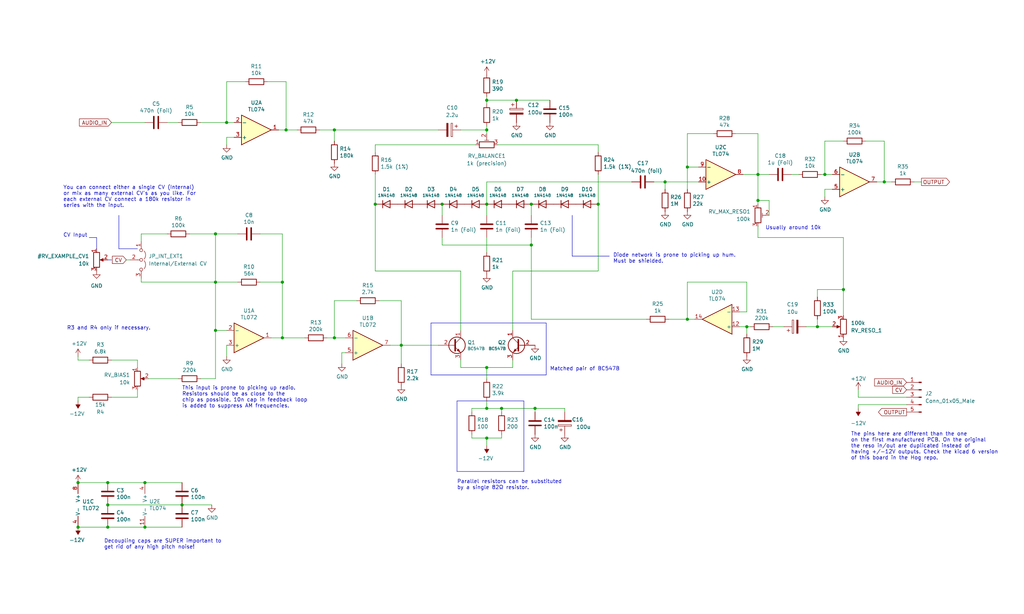
<source format=kicad_sch>
(kicad_sch (version 20230121) (generator eeschema)
  (paper "User" 350.012 210.007)
  (title_block (title "Steiner-Parker VCF") (date "2022-04-02") (rev "1.0") (company "Shmøergh") (comment 1 "All resistors are 1% except when noted.") (comment 2 "Panel grounds to be star-linked on panel. See \"Power\" sheet for panel ground output."))
  (lib_symbols
    (symbol "+12V_1" (power) (pin_names (offset 0))
      (property "Value" "+12V_1" (at 0 3.556 0))
      (symbol "+12V_1_0_1"
        (polyline (pts (xy -0.762 1.27) (xy 0 2.54)))
        (polyline (pts (xy 0 0) (xy 0 2.54)))
        (polyline (pts (xy 0 2.54) (xy 0.762 1.27)))
      )
      (symbol "+12V_1_1_1"
        (pin power_in line (at 0 0 90) (length 0) hide (name "+12V") (number "1"))
      )
    )
    (symbol "-12V_1" (power) (pin_names (offset 0))
      (property "Value" "-12V_1" (at 0 3.81 0))
      (symbol "-12V_1_0_0"
        (pin power_in line (at 0 0 90) (length 0) hide (name "-12V") (number "1"))
      )
      (symbol "-12V_1_0_1"
        (polyline (pts (xy 0 0) (xy 0 1.27) (xy 0.762 1.27) (xy 0 2.54) (xy -0.762 1.27) (xy 0 1.27)) (fill (type outline)))
      )
    )
    (symbol "Amplifier_Operational:TL072" (pin_names (offset 0.127))
      (property "Reference" "U" (at 0 5.08 0))
      (property "Value" "TL072" (at 0 -5.08 0))
      (symbol "TL072_1_1"
        (polyline (pts (xy -5.08 5.08) (xy 5.08 0) (xy -5.08 -5.08) (xy -5.08 5.08)) (stroke (width 0.254)) (fill (type background)))
        (pin output line (at 7.62 0 180) (length 2.54) (name "~") (number "1"))
        (pin input line (at -7.62 -2.54 0) (length 2.54) (name "-") (number "2"))
        (pin input line (at -7.62 2.54 0) (length 2.54) (name "+") (number "3"))
      )
      (symbol "TL072_2_1"
        (polyline (pts (xy -5.08 5.08) (xy 5.08 0) (xy -5.08 -5.08) (xy -5.08 5.08)) (stroke (width 0.254)) (fill (type background)))
        (pin input line (at -7.62 2.54 0) (length 2.54) (name "+") (number "5"))
        (pin input line (at -7.62 -2.54 0) (length 2.54) (name "-") (number "6"))
        (pin output line (at 7.62 0 180) (length 2.54) (name "~") (number "7"))
      )
      (symbol "TL072_3_1"
        (pin power_in line (at -2.54 -7.62 90) (length 3.81) (name "V-") (number "4"))
        (pin power_in line (at -2.54 7.62 270) (length 3.81) (name "V+") (number "8"))
      )
    )
    (symbol "Amplifier_Operational:TL074" (pin_names (offset 0.127))
      (property "Reference" "U" (at 0 5.08 0))
      (property "Value" "TL074" (at 0 -5.08 0))
      (symbol "TL074_1_1"
        (polyline (pts (xy -5.08 5.08) (xy 5.08 0) (xy -5.08 -5.08) (xy -5.08 5.08)) (stroke (width 0.254)) (fill (type background)))
        (pin output line (at 7.62 0 180) (length 2.54) (name "~") (number "1"))
        (pin input line (at -7.62 -2.54 0) (length 2.54) (name "-") (number "2"))
        (pin input line (at -7.62 2.54 0) (length 2.54) (name "+") (number "3"))
      )
      (symbol "TL074_2_1"
        (polyline (pts (xy -5.08 5.08) (xy 5.08 0) (xy -5.08 -5.08) (xy -5.08 5.08)) (stroke (width 0.254)) (fill (type background)))
        (pin input line (at -7.62 2.54 0) (length 2.54) (name "+") (number "5"))
        (pin input line (at -7.62 -2.54 0) (length 2.54) (name "-") (number "6"))
        (pin output line (at 7.62 0 180) (length 2.54) (name "~") (number "7"))
      )
      (symbol "TL074_3_1"
        (polyline (pts (xy -5.08 5.08) (xy 5.08 0) (xy -5.08 -5.08) (xy -5.08 5.08)) (stroke (width 0.254)) (fill (type background)))
        (pin input line (at -7.62 2.54 0) (length 2.54) (name "+") (number "10"))
        (pin output line (at 7.62 0 180) (length 2.54) (name "~") (number "8"))
        (pin input line (at -7.62 -2.54 0) (length 2.54) (name "-") (number "9"))
      )
      (symbol "TL074_4_1"
        (polyline (pts (xy -5.08 5.08) (xy 5.08 0) (xy -5.08 -5.08) (xy -5.08 5.08)) (stroke (width 0.254)) (fill (type background)))
        (pin input line (at -7.62 2.54 0) (length 2.54) (name "+") (number "12"))
        (pin input line (at -7.62 -2.54 0) (length 2.54) (name "-") (number "13"))
        (pin output line (at 7.62 0 180) (length 2.54) (name "~") (number "14"))
      )
      (symbol "TL074_5_1"
        (pin power_in line (at -2.54 -7.62 90) (length 3.81) (name "V-") (number "11"))
        (pin power_in line (at -2.54 7.62 270) (length 3.81) (name "V+") (number "4"))
      )
    )
    (symbol "Connector:Conn_01x05_Male" (pin_names (offset 1.016) hide)
      (property "Reference" "J" (at 0 7.62 0))
      (property "Value" "Conn_01x05_Male" (at 0 -7.62 0))
      (symbol "Conn_01x05_Male_1_1"
        (polyline (pts (xy 1.27 -5.08) (xy 0.8636 -5.08)) (stroke (width 0.1524)))
        (polyline (pts (xy 1.27 -2.54) (xy 0.8636 -2.54)) (stroke (width 0.1524)))
        (polyline (pts (xy 1.27 0) (xy 0.8636 0)) (stroke (width 0.1524)))
        (polyline (pts (xy 1.27 2.54) (xy 0.8636 2.54)) (stroke (width 0.1524)))
        (polyline (pts (xy 1.27 5.08) (xy 0.8636 5.08)) (stroke (width 0.1524)))
        (rectangle (start 0.8636 -4.953) (end 0 -5.207) (stroke (width 0.1524)) (fill (type outline)))
        (rectangle (start 0.8636 -2.413) (end 0 -2.667) (stroke (width 0.1524)) (fill (type outline)))
        (rectangle (start 0.8636 0.127) (end 0 -0.127) (stroke (width 0.1524)) (fill (type outline)))
        (rectangle (start 0.8636 2.667) (end 0 2.413) (stroke (width 0.1524)) (fill (type outline)))
        (rectangle (start 0.8636 5.207) (end 0 4.953) (stroke (width 0.1524)) (fill (type outline)))
        (pin passive line (at 5.08 5.08 180) (length 3.81) (name "Pin_1") (number "1"))
        (pin passive line (at 5.08 2.54 180) (length 3.81) (name "Pin_2") (number "2"))
        (pin passive line (at 5.08 0 180) (length 3.81) (name "Pin_3") (number "3"))
        (pin passive line (at 5.08 -2.54 180) (length 3.81) (name "Pin_4") (number "4"))
        (pin passive line (at 5.08 -5.08 180) (length 3.81) (name "Pin_5") (number "5"))
      )
    )
    (symbol "Device:C" (pin_numbers hide) (pin_names (offset 0.254))
      (property "Reference" "C" (at 0.635 2.54 0))
      (property "Value" "C" (at 0.635 -2.54 0))
      (symbol "C_0_1"
        (polyline (pts (xy -2.032 -0.762) (xy 2.032 -0.762)) (stroke (width 0.508)))
        (polyline (pts (xy -2.032 0.762) (xy 2.032 0.762)) (stroke (width 0.508)))
      )
      (symbol "C_1_1"
        (pin passive line (at 0 3.81 270) (length 2.794) (name "~") (number "1"))
        (pin passive line (at 0 -3.81 90) (length 2.794) (name "~") (number "2"))
      )
    )
    (symbol "Device:C_Polarized" (pin_numbers hide) (pin_names (offset 0.254))
      (property "Reference" "C" (at 0.635 2.54 0))
      (property "Value" "C_Polarized" (at 0.635 -2.54 0))
      (symbol "C_Polarized_0_1"
        (rectangle (start -2.286 0.508) (end 2.286 1.016))
        (polyline (pts (xy -1.778 2.286) (xy -0.762 2.286)))
        (polyline (pts (xy -1.27 2.794) (xy -1.27 1.778)))
        (rectangle (start 2.286 -0.508) (end -2.286 -1.016) (fill (type outline)))
      )
      (symbol "C_Polarized_1_1"
        (pin passive line (at 0 3.81 270) (length 2.794) (name "~") (number "1"))
        (pin passive line (at 0 -3.81 90) (length 2.794) (name "~") (number "2"))
      )
    )
    (symbol "Device:D" (pin_numbers hide) (pin_names (offset 1.016) hide)
      (property "Reference" "D" (at 0 2.54 0))
      (property "Value" "D" (at 0 -2.54 0))
      (symbol "D_0_1"
        (polyline (pts (xy -1.27 1.27) (xy -1.27 -1.27)) (stroke (width 0.254)))
        (polyline (pts (xy 1.27 0) (xy -1.27 0)))
        (polyline (pts (xy 1.27 1.27) (xy 1.27 -1.27) (xy -1.27 0) (xy 1.27 1.27)) (stroke (width 0.254)))
      )
      (symbol "D_1_1"
        (pin passive line (at -3.81 0 0) (length 2.54) (name "K") (number "1"))
        (pin passive line (at 3.81 0 180) (length 2.54) (name "A") (number "2"))
      )
    )
    (symbol "Device:R" (pin_numbers hide) (pin_names (offset 0))
      (property "Reference" "R" (at 2.032 0 90))
      (property "Value" "R" (at 0 0 90))
      (symbol "R_0_1"
        (rectangle (start -1.016 -2.54) (end 1.016 2.54) (stroke (width 0.254)))
      )
      (symbol "R_1_1"
        (pin passive line (at 0 3.81 270) (length 1.27) (name "~") (number "1"))
        (pin passive line (at 0 -3.81 90) (length 1.27) (name "~") (number "2"))
      )
    )
    (symbol "Device:R_Potentiometer" (pin_names (offset 1.016) hide)
      (property "Reference" "RV" (at -4.445 0 90))
      (property "Value" "R_Potentiometer" (at -2.54 0 90))
      (symbol "R_Potentiometer_0_1"
        (polyline (pts (xy 2.54 0) (xy 1.524 0)))
        (polyline (pts (xy 1.143 0) (xy 2.286 0.508) (xy 2.286 -0.508) (xy 1.143 0)) (fill (type outline)))
        (rectangle (start 1.016 2.54) (end -1.016 -2.54) (stroke (width 0.254)))
      )
      (symbol "R_Potentiometer_1_1"
        (pin passive line (at 0 3.81 270) (length 1.27) (name "1") (number "1"))
        (pin passive line (at 3.81 0 180) (length 1.27) (name "2") (number "2"))
        (pin passive line (at 0 -3.81 90) (length 1.27) (name "3") (number "3"))
      )
    )
    (symbol "Device:R_Potentiometer_Trim" (pin_names (offset 1.016) hide)
      (property "Reference" "RV" (at -4.445 0 90))
      (property "Value" "R_Potentiometer_Trim" (at -2.54 0 90))
      (symbol "R_Potentiometer_Trim_0_1"
        (polyline (pts (xy 1.524 0.762) (xy 1.524 -0.762)))
        (polyline (pts (xy 2.54 0) (xy 1.524 0)))
        (rectangle (start 1.016 2.54) (end -1.016 -2.54) (stroke (width 0.254)))
      )
      (symbol "R_Potentiometer_Trim_1_1"
        (pin passive line (at 0 3.81 270) (length 1.27) (name "1") (number "1"))
        (pin passive line (at 3.81 0 180) (length 1.27) (name "2") (number "2"))
        (pin passive line (at 0 -3.81 90) (length 1.27) (name "3") (number "3"))
      )
    )
    (symbol "Jumper:Jumper_3_Open" (pin_names (offset 0) hide)
      (property "Reference" "JP" (at -2.54 -2.54 0))
      (property "Value" "Jumper_3_Open" (at 0 2.794 0))
      (symbol "Jumper_3_Open_0_0"
        (circle (center -3.302 0) (radius 0.508))
        (circle (center 0 0) (radius 0.508))
        (circle (center 3.302 0) (radius 0.508))
      )
      (symbol "Jumper_3_Open_0_1"
        (arc (start -0.254 1.016) (mid -1.651 1.4992) (end -3.048 1.016))
        (polyline (pts (xy 0 -0.508) (xy 0 -1.27)))
        (arc (start 3.048 1.016) (mid 1.651 1.4992) (end 0.254 1.016))
      )
      (symbol "Jumper_3_Open_1_1"
        (pin passive line (at -6.35 0 0) (length 2.54) (name "A") (number "1"))
        (pin passive line (at 0 -3.81 90) (length 2.54) (name "C") (number "2"))
        (pin passive line (at 6.35 0 180) (length 2.54) (name "B") (number "3"))
      )
    )
    (symbol "Transistor_BJT:BC547" (pin_names (offset 0) hide)
      (property "Reference" "Q" (at 5.08 1.905 0))
      (property "Value" "BC547" (at 5.08 0 0))
      (symbol "BC547_0_1"
        (polyline (pts (xy 0 0) (xy 0.635 0)))
        (polyline (pts (xy 0.635 0.635) (xy 2.54 2.54)))
        (polyline (pts (xy 0.635 -0.635) (xy 2.54 -2.54) (xy 2.54 -2.54)))
        (polyline (pts (xy 0.635 1.905) (xy 0.635 -1.905) (xy 0.635 -1.905)) (stroke (width 0.508)))
        (polyline (pts (xy 1.27 -1.778) (xy 1.778 -1.27) (xy 2.286 -2.286) (xy 1.27 -1.778) (xy 1.27 -1.778)) (fill (type outline)))
        (circle (center 1.27 0) (radius 2.8194) (stroke (width 0.254)))
      )
      (symbol "BC547_1_1"
        (pin passive line (at 2.54 5.08 270) (length 2.54) (name "C") (number "1"))
        (pin input line (at -5.08 0 0) (length 5.08) (name "B") (number "2"))
        (pin passive line (at 2.54 -5.08 90) (length 2.54) (name "E") (number "3"))
      )
    )
    (symbol "power:+12V" (power) (pin_names (offset 0))
      (property "Value" "+12V" (at 0 3.556 0))
      (symbol "+12V_0_1"
        (polyline (pts (xy -0.762 1.27) (xy 0 2.54)))
        (polyline (pts (xy 0 0) (xy 0 2.54)))
        (polyline (pts (xy 0 2.54) (xy 0.762 1.27)))
      )
      (symbol "+12V_1_1"
        (pin power_in line (at 0 0 90) (length 0) hide (name "+12V") (number "1"))
      )
    )
    (symbol "power:-12V" (power) (pin_names (offset 0))
      (property "Value" "-12V" (at 0 3.81 0))
      (symbol "-12V_0_0"
        (pin power_in line (at 0 0 90) (length 0) hide (name "-12V") (number "1"))
      )
      (symbol "-12V_0_1"
        (polyline (pts (xy 0 0) (xy 0 1.27) (xy 0.762 1.27) (xy 0 2.54) (xy -0.762 1.27) (xy 0 1.27)) (fill (type outline)))
      )
    )
    (symbol "power:GND" (power) (pin_names (offset 0))
      (property "Value" "GND" (at 0 -3.81 0))
      (symbol "GND_0_1"
        (polyline (pts (xy 0 0) (xy 0 -1.27) (xy 1.27 -1.27) (xy 0 -2.54) (xy -1.27 -1.27) (xy 0 -1.27)))
      )
      (symbol "GND_1_1"
        (pin power_in line (at 0 0 270) (length 0) hide (name "GND") (number "1"))
      )
    )
  )
  (junction (at 234.95 57.15))
  (junction (at 151.13 69.85))
  (junction (at 288.29 99.06))
  (junction (at 96.52 96.52))
  (junction (at 227.33 62.23))
  (junction (at 36.83 172.72))
  (junction (at 73.66 80.01))
  (junction (at 259.08 59.69))
  (junction (at 73.66 113.03))
  (junction (at 96.52 115.57))
  (junction (at 176.53 34.29))
  (junction (at 114.3 115.57))
  (junction (at 62.23 172.72))
  (junction (at 166.37 44.45))
  (junction (at 302.26 62.23))
  (junction (at 26.67 180.34))
  (junction (at 73.66 96.52))
  (junction (at 128.27 69.85))
  (junction (at 166.37 125.73))
  (junction (at 234.95 109.22))
  (junction (at 166.37 139.7))
  (junction (at 36.83 180.34))
  (junction (at 181.61 69.85))
  (junction (at 166.37 149.86))
  (junction (at 171.45 139.7))
  (junction (at 166.37 69.85))
  (junction (at 166.37 34.29))
  (junction (at 181.61 83.82))
  (junction (at 204.47 69.85))
  (junction (at 77.47 41.91))
  (junction (at 49.53 165.1))
  (junction (at 97.79 44.45))
  (junction (at 137.16 118.11))
  (junction (at 26.67 165.1))
  (junction (at 279.4 111.76))
  (junction (at 114.3 44.45))
  (junction (at 281.94 59.69))
  (junction (at 49.53 180.34))
  (junction (at 182.88 139.7))
  (junction (at 259.08 68.58))
  (junction (at 255.27 111.76))
  (junction (at 36.83 165.1))
  (wire (pts (xy 288.29 81.28) (xy 288.29 99.06)))
  (wire (pts (xy 109.22 44.45) (xy 114.3 44.45)))
  (polyline (pts (xy 156.21 161.29) (xy 156.21 137.16)))
  (wire (pts (xy 73.66 129.54) (xy 73.66 113.03)))
  (wire (pts (xy 220.98 109.22) (xy 181.61 109.22)))
  (wire (pts (xy 259.08 81.28) (xy 288.29 81.28)))
  (wire (pts (xy 36.83 180.34) (xy 26.67 180.34)))
  (wire (pts (xy 26.67 123.19) (xy 30.48 123.19)))
  (wire (pts (xy 255.27 106.68) (xy 255.27 96.52)))
  (wire (pts (xy 57.15 41.91) (xy 60.96 41.91)))
  (wire (pts (xy 293.37 133.35) (xy 293.37 135.89)))
  (wire (pts (xy 116.84 120.65) (xy 116.84 124.46)))
  (wire (pts (xy 281.94 64.77) (xy 281.94 67.31)))
  (wire (pts (xy 281.94 48.26) (xy 281.94 59.69)))
  (wire (pts (xy 166.37 34.29) (xy 166.37 35.56)))
  (wire (pts (xy 175.26 125.73) (xy 175.26 123.19)))
  (wire (pts (xy 171.45 149.86) (xy 171.45 148.59)))
  (wire (pts (xy 73.66 113.03) (xy 77.47 113.03)))
  (wire (pts (xy 166.37 33.02) (xy 166.37 34.29)))
  (wire (pts (xy 181.61 109.22) (xy 181.61 83.82)))
  (wire (pts (xy 48.26 96.52) (xy 73.66 96.52)))
  (wire (pts (xy 151.13 81.28) (xy 151.13 83.82)))
  (polyline (pts (xy 195.58 87.63) (xy 208.28 87.63)))
  (wire (pts (xy 68.58 129.54) (xy 73.66 129.54)))
  (wire (pts (xy 95.25 44.45) (xy 97.79 44.45)))
  (wire (pts (xy 166.37 62.23) (xy 215.9 62.23)))
  (wire (pts (xy 157.48 123.19) (xy 157.48 125.73)))
  (wire (pts (xy 284.48 64.77) (xy 281.94 64.77)))
  (wire (pts (xy 97.79 27.94) (xy 97.79 44.45)))
  (wire (pts (xy 176.53 34.29) (xy 187.96 34.29)))
  (polyline (pts (xy 40.64 73.66) (xy 40.64 85.09)))
  (wire (pts (xy 50.8 129.54) (xy 60.96 129.54)))
  (wire (pts (xy 175.26 92.71) (xy 204.47 92.71)))
  (wire (pts (xy 293.37 139.7) (xy 293.37 138.43)))
  (wire (pts (xy 129.54 102.87) (xy 137.16 102.87)))
  (wire (pts (xy 137.16 102.87) (xy 137.16 118.11)))
  (wire (pts (xy 161.29 139.7) (xy 161.29 140.97)))
  (wire (pts (xy 204.47 49.53) (xy 204.47 52.07)))
  (wire (pts (xy 26.67 121.92) (xy 26.67 123.19)))
  (wire (pts (xy 171.45 139.7) (xy 166.37 139.7)))
  (polyline (pts (xy 186.69 128.27) (xy 147.32 128.27)))
  (wire (pts (xy 48.26 95.25) (xy 48.26 96.52)))
  (polyline (pts (xy 36.83 88.9) (xy 38.1 88.9)))
  (wire (pts (xy 243.84 45.72) (xy 234.95 45.72)))
  (wire (pts (xy 227.33 64.77) (xy 227.33 62.23)))
  (wire (pts (xy 96.52 115.57) (xy 92.71 115.57)))
  (wire (pts (xy 252.73 106.68) (xy 255.27 106.68)))
  (wire (pts (xy 128.27 49.53) (xy 128.27 52.07)))
  (wire (pts (xy 293.37 138.43) (xy 309.88 138.43)))
  (wire (pts (xy 80.01 46.99) (xy 77.47 46.99)))
  (wire (pts (xy 166.37 43.18) (xy 166.37 44.45)))
  (wire (pts (xy 234.95 64.77) (xy 234.95 57.15)))
  (wire (pts (xy 259.08 77.47) (xy 259.08 81.28)))
  (wire (pts (xy 38.1 41.91) (xy 49.53 41.91)))
  (wire (pts (xy 77.47 27.94) (xy 77.47 41.91)))
  (wire (pts (xy 302.26 62.23) (xy 299.72 62.23)))
  (wire (pts (xy 262.89 68.58) (xy 259.08 68.58)))
  (wire (pts (xy 193.04 139.7) (xy 182.88 139.7)))
  (wire (pts (xy 114.3 102.87) (xy 114.3 115.57)))
  (wire (pts (xy 279.4 99.06) (xy 288.29 99.06)))
  (wire (pts (xy 166.37 129.54) (xy 166.37 125.73)))
  (wire (pts (xy 161.29 149.86) (xy 166.37 149.86)))
  (wire (pts (xy 259.08 59.69) (xy 254 59.69)))
  (wire (pts (xy 166.37 137.16) (xy 166.37 139.7)))
  (wire (pts (xy 151.13 83.82) (xy 181.61 83.82)))
  (wire (pts (xy 137.16 124.46) (xy 137.16 118.11)))
  (wire (pts (xy 81.28 96.52) (xy 73.66 96.52)))
  (wire (pts (xy 256.54 111.76) (xy 255.27 111.76)))
  (wire (pts (xy 166.37 139.7) (xy 161.29 139.7)))
  (wire (pts (xy 223.52 62.23) (xy 227.33 62.23)))
  (wire (pts (xy 77.47 118.11) (xy 77.47 121.92)))
  (wire (pts (xy 234.95 109.22) (xy 237.49 109.22)))
  (wire (pts (xy 259.08 59.69) (xy 259.08 68.58)))
  (wire (pts (xy 48.26 80.01) (xy 57.15 80.01)))
  (wire (pts (xy 166.37 152.4) (xy 166.37 149.86)))
  (polyline (pts (xy 33.02 81.28) (xy 33.02 85.09)))
  (wire (pts (xy 171.45 140.97) (xy 171.45 139.7)))
  (wire (pts (xy 72.39 172.72) (xy 62.23 172.72)))
  (wire (pts (xy 166.37 81.28) (xy 166.37 86.36)))
  (wire (pts (xy 77.47 46.99) (xy 77.47 49.53)))
  (wire (pts (xy 96.52 96.52) (xy 96.52 115.57)))
  (wire (pts (xy 81.28 80.01) (xy 73.66 80.01)))
  (wire (pts (xy 128.27 69.85) (xy 128.27 92.71)))
  (wire (pts (xy 64.77 80.01) (xy 73.66 80.01)))
  (wire (pts (xy 166.37 44.45) (xy 166.37 45.72)))
  (wire (pts (xy 288.29 48.26) (xy 281.94 48.26)))
  (wire (pts (xy 175.26 113.03) (xy 175.26 92.71)))
  (wire (pts (xy 279.4 111.76) (xy 284.48 111.76)))
  (wire (pts (xy 96.52 80.01) (xy 96.52 96.52)))
  (wire (pts (xy 234.95 96.52) (xy 234.95 109.22)))
  (wire (pts (xy 267.97 111.76) (xy 264.16 111.76)))
  (wire (pts (xy 118.11 120.65) (xy 116.84 120.65)))
  (wire (pts (xy 166.37 125.73) (xy 175.26 125.73)))
  (wire (pts (xy 295.91 48.26) (xy 302.26 48.26)))
  (wire (pts (xy 43.18 88.9) (xy 44.45 88.9)))
  (wire (pts (xy 293.37 135.89) (xy 309.88 135.89)))
  (wire (pts (xy 251.46 45.72) (xy 259.08 45.72)))
  (wire (pts (xy 48.26 82.55) (xy 48.26 80.01)))
  (polyline (pts (xy 147.32 110.49) (xy 186.69 110.49)))
  (wire (pts (xy 182.88 139.7) (xy 182.88 140.97)))
  (wire (pts (xy 36.83 180.34) (xy 49.53 180.34)))
  (wire (pts (xy 259.08 68.58) (xy 259.08 69.85)))
  (polyline (pts (xy 147.32 128.27) (xy 147.32 110.49)))
  (wire (pts (xy 204.47 59.69) (xy 204.47 69.85)))
  (wire (pts (xy 49.53 165.1) (xy 36.83 165.1)))
  (wire (pts (xy 114.3 44.45) (xy 149.86 44.45)))
  (wire (pts (xy 161.29 148.59) (xy 161.29 149.86)))
  (wire (pts (xy 97.79 44.45) (xy 101.6 44.45)))
  (wire (pts (xy 62.23 172.72) (xy 36.83 172.72)))
  (wire (pts (xy 104.14 115.57) (xy 96.52 115.57)))
  (wire (pts (xy 162.56 49.53) (xy 128.27 49.53)))
  (wire (pts (xy 204.47 69.85) (xy 204.47 92.71)))
  (wire (pts (xy 166.37 34.29) (xy 176.53 34.29)))
  (wire (pts (xy 279.4 101.6) (xy 279.4 99.06)))
  (wire (pts (xy 128.27 59.69) (xy 128.27 69.85)))
  (polyline (pts (xy 179.07 161.29) (xy 156.21 161.29)))
  (wire (pts (xy 170.18 49.53) (xy 204.47 49.53)))
  (wire (pts (xy 281.94 59.69) (xy 284.48 59.69)))
  (wire (pts (xy 137.16 118.11) (xy 133.35 118.11)))
  (wire (pts (xy 255.27 111.76) (xy 252.73 111.76)))
  (wire (pts (xy 262.89 73.66) (xy 262.89 68.58)))
  (polyline (pts (xy 186.69 110.49) (xy 186.69 128.27)))
  (wire (pts (xy 193.04 140.97) (xy 193.04 139.7)))
  (polyline (pts (xy 30.48 81.28) (xy 33.02 81.28)))
  (polyline (pts (xy 179.07 137.16) (xy 179.07 161.29)))
  (polyline (pts (xy 156.21 137.16) (xy 179.07 137.16)))
  (wire (pts (xy 304.8 62.23) (xy 302.26 62.23)))
  (wire (pts (xy 157.48 92.71) (xy 157.48 113.03)))
  (wire (pts (xy 62.23 165.1) (xy 49.53 165.1)))
  (wire (pts (xy 157.48 44.45) (xy 166.37 44.45)))
  (wire (pts (xy 181.61 83.82) (xy 181.61 81.28)))
  (wire (pts (xy 273.05 59.69) (xy 270.51 59.69)))
  (wire (pts (xy 182.88 139.7) (xy 171.45 139.7)))
  (wire (pts (xy 121.92 102.87) (xy 114.3 102.87)))
  (wire (pts (xy 114.3 115.57) (xy 118.11 115.57)))
  (wire (pts (xy 77.47 41.91) (xy 80.01 41.91)))
  (wire (pts (xy 255.27 114.3) (xy 255.27 111.76)))
  (wire (pts (xy 73.66 96.52) (xy 73.66 113.03)))
  (wire (pts (xy 302.26 48.26) (xy 302.26 62.23)))
  (wire (pts (xy 46.99 123.19) (xy 46.99 125.73)))
  (wire (pts (xy 26.67 137.16) (xy 26.67 135.89)))
  (wire (pts (xy 114.3 48.26) (xy 114.3 44.45)))
  (wire (pts (xy 128.27 92.71) (xy 157.48 92.71)))
  (wire (pts (xy 36.83 165.1) (xy 26.67 165.1)))
  (wire (pts (xy 166.37 62.23) (xy 166.37 69.85)))
  (wire (pts (xy 280.67 59.69) (xy 281.94 59.69)))
  (wire (pts (xy 38.1 135.89) (xy 46.99 135.89)))
  (wire (pts (xy 46.99 135.89) (xy 46.99 133.35)))
  (wire (pts (xy 157.48 125.73) (xy 166.37 125.73)))
  (wire (pts (xy 88.9 96.52) (xy 96.52 96.52)))
  (wire (pts (xy 259.08 45.72) (xy 259.08 59.69)))
  (wire (pts (xy 151.13 73.66) (xy 151.13 69.85)))
  (wire (pts (xy 73.66 80.01) (xy 73.66 96.52)))
  (wire (pts (xy 62.23 180.34) (xy 49.53 180.34)))
  (wire (pts (xy 88.9 80.01) (xy 96.52 80.01)))
  (wire (pts (xy 255.27 96.52) (xy 234.95 96.52)))
  (wire (pts (xy 234.95 45.72) (xy 234.95 57.15)))
  (wire (pts (xy 149.86 118.11) (xy 137.16 118.11)))
  (wire (pts (xy 166.37 149.86) (xy 171.45 149.86)))
  (polyline (pts (xy 195.58 73.66) (xy 195.58 87.63)))
  (wire (pts (xy 314.96 62.23) (xy 312.42 62.23)))
  (wire (pts (xy 181.61 73.66) (xy 181.61 69.85)))
  (polyline (pts (xy 40.64 85.09) (xy 46.99 85.09)))
  (wire (pts (xy 38.1 123.19) (xy 46.99 123.19)))
  (wire (pts (xy 228.6 109.22) (xy 234.95 109.22)))
  (wire (pts (xy 83.82 27.94) (xy 77.47 27.94)))
  (wire (pts (xy 262.89 59.69) (xy 259.08 59.69)))
  (wire (pts (xy 288.29 99.06) (xy 288.29 107.95)))
  (wire (pts (xy 68.58 41.91) (xy 77.47 41.91)))
  (wire (pts (xy 275.59 111.76) (xy 279.4 111.76)))
  (wire (pts (xy 238.76 62.23) (xy 227.33 62.23)))
  (wire (pts (xy 166.37 69.85) (xy 166.37 73.66)))
  (wire (pts (xy 26.67 135.89) (xy 30.48 135.89)))
  (wire (pts (xy 234.95 57.15) (xy 238.76 57.15)))
  (wire (pts (xy 279.4 109.22) (xy 279.4 111.76)))
  (wire (pts (xy 91.44 27.94) (xy 97.79 27.94)))
  (wire (pts (xy 111.76 115.57) (xy 114.3 115.57)))
  (text "CV Input" (at 21.59 81.28 0) (effects (font (size 1.27 1.27)) (justify left bottom)))
  (text "This input is prone to picking up radio. \nResistors should be as close to the \nchip as possible. 10n cap in feedback loop\nis added to suppress AM frequencies." (at 62.23 139.7 0) (effects (font (size 1.27 1.27)) (justify left bottom)))
  (text "Decoupling caps are SUPER important to \nget rid of any high pitch noise!" (at 35.56 187.96 0) (effects (font (size 1.27 1.27)) (justify left bottom)))
  (text "Matched pair of BC547B" (at 187.96 127 0) (effects (font (size 1.27 1.27)) (justify left bottom)))
  (text "R3 and R4 only if necessary." (at 22.86 113.03 0) (effects (font (size 1.27 1.27)) (justify left bottom)))
  (text "Parallel resistors can be substituted\nby a single 82Ω resistor." (at 156.21 167.64 0) (effects (font (size 1.27 1.27)) (justify left bottom)))
  (text "The pins here are different than the one\non the first manufactured PCB. On the original\nthe reso in/out are duplicated instead of \nhaving +/-12V outputs. Check the kicad 6 version\nof this board in the Hog repo." (at 290.83 157.48 0) (effects (font (size 1.27 1.27)) (justify left bottom)))
  (text "Usually around 10k" (at 261.62 78.74 0) (effects (font (size 1.27 1.27)) (justify left bottom)))
  (text "You can connect either a single CV (Internal)\nor mix as many external CV's as you like. For\neach external CV connect a 180k resistor in\nseries with the input." (at 21.59 71.12 0) (effects (font (size 1.27 1.27)) (justify left bottom)))
  (text "Diode network is prone to picking up hum. \nMust be shielded." (at 209.55 90.17 0) (effects (font (size 1.27 1.27)) (justify left bottom)))
  (global_label "OUTPUT" (shape output) (at 309.88 140.97 180) (property "Intersheetrefs" "${INTERSHEET_REFS}" (effects hide)))
  (global_label "OUTPUT" (shape output) (at 314.96 62.23 0) (property "Intersheetrefs" "${INTERSHEET_REFS}" (effects hide)))
  (global_label "AUDIO_IN" (shape input) (at 38.1 41.91 180) (property "Intersheetrefs" "${INTERSHEET_REFS}" (effects hide)))
  (global_label "AUDIO_IN" (shape input) (at 309.88 130.81 180) (property "Intersheetrefs" "${INTERSHEET_REFS}" (effects hide)))
  (global_label "CV" (shape input) (at 309.88 133.35 180) (property "Intersheetrefs" "${INTERSHEET_REFS}" (effects hide)))
  (global_label "CV" (shape input) (at 43.18 88.9 180) (property "Intersheetrefs" "${INTERSHEET_REFS}" (effects hide)))
  (symbol (lib_id "Amplifier_Operational:TL072") (at 85.09 115.57 0) (mirror x) (unit 1)
    (property "Reference" "U1" (at 85.09 106.2482 0))
    (property "Value" "TL072" (at 85.09 108.5596 0))
    (property "Footprint" "Package_DIP:DIP-8_W7.62mm_LongPads" (effects hide))
    (property "Datasheet" "http://www.ti.com/lit/ds/symlink/tl071.pdf" (effects hide))
  )
  (symbol (lib_id "Amplifier_Operational:TL072") (at 125.73 118.11 0) (mirror x) (unit 2)
    (property "Reference" "U1" (at 125.73 108.7882 0))
    (property "Value" "TL072" (at 125.73 111.0996 0))
    (property "Footprint" "Package_DIP:DIP-8_W7.62mm_LongPads" (effects hide))
    (property "Datasheet" "http://www.ti.com/lit/ds/symlink/tl071.pdf" (effects hide))
  )
  (symbol (lib_id "Amplifier_Operational:TL072") (at 29.21 172.72 0) (unit 3)
    (property "Reference" "U1" (at 28.1432 171.5516 0) (effects (justify left)))
    (property "Value" "TL072" (at 28.1432 173.863 0) (effects (justify left)))
    (property "Footprint" "Package_DIP:DIP-8_W7.62mm_LongPads" (effects hide))
    (property "Datasheet" "http://www.ti.com/lit/ds/symlink/tl071.pdf" (effects hide))
  )
  (symbol (lib_id "power:+12V") (at 26.67 165.1 0) (unit 1)
    (property "Reference" "#PWR012" (effects hide))
    (property "Value" "+12V" (at 27.051 160.7058 0))
  )
  (symbol (lib_id "power:-12V") (at 26.67 180.34 180) (unit 1)
    (property "Reference" "#PWR013" (effects hide))
    (property "Value" "-12V" (at 26.289 184.7342 0))
  )
  (symbol (lib_id "Device:C") (at 36.83 168.91 0) (unit 1)
    (property "Reference" "C3" (at 39.751 167.7416 0) (effects (justify left)))
    (property "Value" "100n" (at 39.751 170.053 0) (effects (justify left)))
    (property "Footprint" "Capacitor_THT:C_Disc_D3.0mm_W2.0mm_P2.50mm" (effects hide))
  )
  (symbol (lib_id "Device:C") (at 36.83 176.53 0) (unit 1)
    (property "Reference" "C4" (at 39.751 175.3616 0) (effects (justify left)))
    (property "Value" "100n" (at 39.751 177.673 0) (effects (justify left)))
    (property "Footprint" "Capacitor_THT:C_Disc_D3.0mm_W2.0mm_P2.50mm" (effects hide))
  )
  (symbol (lib_id "power:GND") (at 72.39 172.72 0) (unit 1)
    (property "Reference" "#PWR021" (effects hide))
    (property "Value" "GND" (at 72.517 177.1142 0))
  )
  (symbol (lib_id "Device:R") (at 64.77 129.54 270) (unit 1)
    (property "Reference" "R9" (at 64.77 124.2822 90))
    (property "Value" "220k" (at 64.77 126.5936 90))
    (property "Footprint" "Shmoergh_Custom_Footprints:R_Axial_DIN0207_L6.3mm_D2.5mm_P7.62mm_Horizontal" (effects hide))
  )
  (symbol (lib_id "Device:R") (at 34.29 123.19 270) (unit 1)
    (property "Reference" "R3" (at 34.29 117.9322 90))
    (property "Value" "6.8k" (at 34.29 120.2436 90))
    (property "Footprint" "Shmoergh_Custom_Footprints:R_Axial_DIN0207_L6.3mm_D2.5mm_P7.62mm_Horizontal" (effects hide))
  )
  (symbol (lib_id "Device:R") (at 34.29 135.89 270) (unit 1)
    (property "Reference" "R4" (at 34.29 140.97 90))
    (property "Value" "15k" (at 34.29 138.43 90))
    (property "Footprint" "Shmoergh_Custom_Footprints:R_Axial_DIN0207_L6.3mm_D2.5mm_P7.62mm_Horizontal" (effects hide))
  )
  (symbol (lib_id "power:-12V") (at 26.67 137.16 180) (unit 1)
    (property "Reference" "#PWR011" (effects hide))
    (property "Value" "-12V" (at 26.289 141.5542 0))
  )
  (symbol (lib_id "power:+12V") (at 26.67 121.92 0) (unit 1)
    (property "Reference" "#PWR010" (effects hide))
    (property "Value" "+12V" (at 27.051 117.5258 0))
  )
  (symbol (lib_id "power:GND") (at 77.47 121.92 0) (unit 1)
    (property "Reference" "#PWR023" (effects hide))
    (property "Value" "GND" (at 77.597 126.3142 0))
  )
  (symbol (lib_id "Device:R") (at 85.09 96.52 270) (unit 1)
    (property "Reference" "R10" (at 85.09 91.2622 90))
    (property "Value" "56k" (at 85.09 93.5736 90))
    (property "Footprint" "Shmoergh_Custom_Footprints:R_Axial_DIN0207_L6.3mm_D2.5mm_P7.62mm_Horizontal" (effects hide))
  )
  (symbol (lib_id "Device:R") (at 107.95 115.57 270) (unit 1)
    (property "Reference" "R13" (at 107.95 110.3122 90))
    (property "Value" "200k" (at 107.95 112.6236 90))
    (property "Footprint" "Shmoergh_Custom_Footprints:R_Axial_DIN0207_L6.3mm_D2.5mm_P7.62mm_Horizontal" (effects hide))
  )
  (symbol (lib_id "Device:R") (at 125.73 102.87 270) (unit 1)
    (property "Reference" "R15" (at 125.73 97.6122 90))
    (property "Value" "2.7k" (at 125.73 99.9236 90))
    (property "Footprint" "Shmoergh_Custom_Footprints:R_Axial_DIN0207_L6.3mm_D2.5mm_P7.62mm_Horizontal" (effects hide))
  )
  (symbol (lib_id "Device:R") (at 137.16 128.27 0) (unit 1)
    (property "Reference" "R17" (at 138.938 127.1016 0) (effects (justify left)))
    (property "Value" "2.2k" (at 138.938 129.413 0) (effects (justify left)))
    (property "Footprint" "Shmoergh_Custom_Footprints:R_Axial_DIN0207_L6.3mm_D2.5mm_P7.62mm_Horizontal" (effects hide))
  )
  (symbol (lib_id "power:GND") (at 137.16 132.08 0) (unit 1)
    (property "Reference" "#PWR026" (effects hide))
    (property "Value" "GND" (at 137.287 136.4742 0))
  )
  (symbol (lib_id "power:GND") (at 116.84 124.46 0) (unit 1)
    (property "Reference" "#PWR025" (effects hide))
    (property "Value" "GND" (at 116.967 128.8542 0))
  )
  (symbol (lib_id "Transistor_BJT:BC547") (at 154.94 118.11 0) (unit 1)
    (property "Reference" "Q1" (at 159.766 117.1448 0) (effects (justify left)))
    (property "Value" "BC547B" (at 159.766 119.253 0) (effects (font (size 0.9906 0.9906)) (justify left)))
    (property "Footprint" "Package_TO_SOT_THT:TO-92_Inline_Wide" (effects hide))
    (property "Datasheet" "https://www.onsemi.com/pub/Collateral/BC550-D.pdf" (effects hide))
  )
  (symbol (lib_id "Transistor_BJT:BC547") (at 177.8 118.11 0) (mirror y) (unit 1)
    (property "Reference" "Q2" (at 172.9486 117.1448 0) (effects (justify left)))
    (property "Value" "BC547B" (at 172.9486 119.253 0) (effects (font (size 0.9906 0.9906)) (justify left)))
    (property "Footprint" "Package_TO_SOT_THT:TO-92_Inline_Wide" (effects hide))
    (property "Datasheet" "https://www.onsemi.com/pub/Collateral/BC550-D.pdf" (effects hide))
  )
  (symbol (lib_id "Device:R") (at 166.37 133.35 0) (unit 1)
    (property "Reference" "R22" (at 168.148 132.1816 0) (effects (justify left)))
    (property "Value" "3.9k" (at 168.148 134.493 0) (effects (justify left)))
    (property "Footprint" "Shmoergh_Custom_Footprints:R_Axial_DIN0207_L6.3mm_D2.5mm_P7.62mm_Horizontal" (effects hide))
  )
  (symbol (lib_id "Device:R") (at 161.29 144.78 0) (unit 1)
    (property "Reference" "R18" (at 163.068 143.6116 0) (effects (justify left)))
    (property "Value" "100" (at 163.068 145.923 0) (effects (justify left)))
    (property "Footprint" "Shmoergh_Custom_Footprints:R_Axial_DIN0207_L6.3mm_D2.5mm_P7.62mm_Horizontal" (effects hide))
  )
  (symbol (lib_id "Device:R") (at 171.45 144.78 0) (unit 1)
    (property "Reference" "R23" (at 173.228 143.6116 0) (effects (justify left)))
    (property "Value" "200" (at 173.228 145.923 0) (effects (justify left)))
    (property "Footprint" "Shmoergh_Custom_Footprints:R_Axial_DIN0207_L6.3mm_D2.5mm_P7.62mm_Horizontal" (effects hide))
  )
  (symbol (lib_id "power:GND") (at 193.04 148.59 0) (unit 1)
    (property "Reference" "#PWR034" (effects hide))
    (property "Value" "GND" (at 193.167 152.9842 0))
  )
  (symbol (lib_id "Device:C") (at 151.13 77.47 0) (unit 1)
    (property "Reference" "C9" (at 154.051 76.3016 0) (effects (justify left)))
    (property "Value" "1n (Foil)" (at 154.051 78.613 0) (effects (justify left)))
    (property "Footprint" "Capacitor_THT:C_Rect_L7.0mm_W2.5mm_P5.00mm" (effects hide))
  )
  (symbol (lib_id "Device:C") (at 166.37 77.47 0) (unit 1)
    (property "Reference" "C11" (at 169.291 76.3016 0) (effects (justify left)))
    (property "Value" "1n (Foil)" (at 169.291 78.613 0) (effects (justify left)))
    (property "Footprint" "Capacitor_THT:C_Rect_L7.0mm_W2.5mm_P5.00mm" (effects hide))
  )
  (symbol (lib_id "Device:C") (at 181.61 77.47 0) (unit 1)
    (property "Reference" "C13" (at 184.531 76.3016 0) (effects (justify left)))
    (property "Value" "1n (Foil)" (at 184.531 78.613 0) (effects (justify left)))
    (property "Footprint" "Capacitor_THT:C_Rect_L7.0mm_W2.5mm_P5.00mm" (effects hide))
  )
  (symbol (lib_id "Device:R") (at 166.37 90.17 0) (unit 1)
    (property "Reference" "R21" (at 168.148 89.0016 0) (effects (justify left)))
    (property "Value" "1k" (at 168.148 91.313 0) (effects (justify left)))
    (property "Footprint" "Shmoergh_Custom_Footprints:R_Axial_DIN0207_L6.3mm_D2.5mm_P7.62mm_Horizontal" (effects hide))
  )
  (symbol (lib_id "power:GND") (at 166.37 93.98 0) (unit 1)
    (property "Reference" "#PWR028" (effects hide))
    (property "Value" "GND" (at 166.497 98.3742 0))
  )
  (symbol (lib_id "Device:D") (at 154.94 69.85 0) (unit 1)
    (property "Reference" "D4" (at 154.94 64.7446 0))
    (property "Value" "1N4148" (at 154.94 66.8528 0) (effects (font (size 0.9906 0.9906))))
    (property "Footprint" "Diode_THT:D_DO-35_SOD27_P7.62mm_Horizontal" (effects hide))
  )
  (symbol (lib_id "Device:D") (at 147.32 69.85 0) (unit 1)
    (property "Reference" "D3" (at 147.32 64.7446 0))
    (property "Value" "1N4148" (at 147.32 66.8528 0) (effects (font (size 0.9906 0.9906))))
    (property "Footprint" "Diode_THT:D_DO-35_SOD27_P7.62mm_Horizontal" (effects hide))
  )
  (symbol (lib_id "Device:D") (at 139.7 69.85 0) (unit 1)
    (property "Reference" "D2" (at 139.7 64.7446 0))
    (property "Value" "1N4148" (at 139.7 66.8528 0) (effects (font (size 0.9906 0.9906))))
    (property "Footprint" "Diode_THT:D_DO-35_SOD27_P7.62mm_Horizontal" (effects hide))
  )
  (symbol (lib_id "Device:D") (at 132.08 69.85 0) (unit 1)
    (property "Reference" "D1" (at 132.08 64.7446 0))
    (property "Value" "1N4148" (at 132.08 66.8528 0) (effects (font (size 0.9906 0.9906))))
    (property "Footprint" "Diode_THT:D_DO-35_SOD27_P7.62mm_Horizontal" (effects hide))
  )
  (symbol (lib_id "Device:R") (at 128.27 55.88 0) (unit 1)
    (property "Reference" "R16" (at 130.048 54.7116 0) (effects (justify left)))
    (property "Value" "1.5k (1%)" (at 130.048 57.023 0) (effects (justify left)))
    (property "Footprint" "Shmoergh_Custom_Footprints:R_Axial_DIN0207_L6.3mm_D2.5mm_P7.62mm_Horizontal" (effects hide))
  )
  (symbol (lib_id "Device:R") (at 204.47 55.88 0) (unit 1)
    (property "Reference" "R24" (at 206.248 54.7116 0) (effects (justify left)))
    (property "Value" "1.5k (1%)" (at 206.248 57.023 0) (effects (justify left)))
    (property "Footprint" "Shmoergh_Custom_Footprints:R_Axial_DIN0207_L6.3mm_D2.5mm_P7.62mm_Horizontal" (effects hide))
  )
  (symbol (lib_id "power:GND") (at 182.88 118.11 0) (unit 1)
    (property "Reference" "#PWR031" (effects hide))
    (property "Value" "GND" (at 183.007 122.5042 0))
  )
  (symbol (lib_id "power:-12V") (at 166.37 152.4 180) (unit 1)
    (property "Reference" "#PWR029" (effects hide))
    (property "Value" "-12V" (at 165.989 156.7942 0))
  )
  (symbol (lib_id "Device:R") (at 166.37 39.37 0) (unit 1)
    (property "Reference" "R20" (at 168.148 38.2016 0) (effects (justify left)))
    (property "Value" "1k" (at 168.148 40.513 0) (effects (justify left)))
    (property "Footprint" "Shmoergh_Custom_Footprints:R_Axial_DIN0207_L6.3mm_D2.5mm_P7.62mm_Horizontal" (effects hide))
  )
  (symbol (lib_id "Device:R") (at 166.37 29.21 0) (unit 1)
    (property "Reference" "R19" (at 168.148 28.0416 0) (effects (justify left)))
    (property "Value" "390" (at 168.148 30.353 0) (effects (justify left)))
    (property "Footprint" "Shmoergh_Custom_Footprints:R_Axial_DIN0207_L6.3mm_D2.5mm_P7.62mm_Horizontal" (effects hide))
  )
  (symbol (lib_id "power:GND") (at 176.53 41.91 0) (unit 1)
    (property "Reference" "#PWR030" (effects hide))
    (property "Value" "GND" (at 176.657 46.3042 0))
  )
  (symbol (lib_id "power:+12V") (at 166.37 25.4 0) (unit 1)
    (property "Reference" "#PWR027" (effects hide))
    (property "Value" "+12V" (at 166.751 21.0058 0))
  )
  (symbol (lib_id "Device:R") (at 114.3 52.07 0) (unit 1)
    (property "Reference" "R14" (at 116.078 50.9016 0) (effects (justify left)))
    (property "Value" "180k" (at 116.078 53.213 0) (effects (justify left)))
    (property "Footprint" "Shmoergh_Custom_Footprints:R_Axial_DIN0207_L6.3mm_D2.5mm_P7.62mm_Horizontal" (effects hide))
  )
  (symbol (lib_id "power:GND") (at 114.3 55.88 0) (unit 1)
    (property "Reference" "#PWR024" (effects hide))
    (property "Value" "GND" (at 114.427 60.2742 0))
  )
  (symbol (lib_id "Device:R") (at 105.41 44.45 270) (unit 1)
    (property "Reference" "R12" (at 105.41 39.1922 90))
    (property "Value" "47k" (at 105.41 41.5036 90))
    (property "Footprint" "Shmoergh_Custom_Footprints:R_Axial_DIN0207_L6.3mm_D2.5mm_P7.62mm_Horizontal" (effects hide))
  )
  (symbol (lib_id "Amplifier_Operational:TL074") (at 87.63 44.45 0) (mirror x) (unit 1)
    (property "Reference" "U2" (at 87.63 35.1282 0))
    (property "Value" "TL074" (at 87.63 37.4396 0))
    (property "Footprint" "Package_DIP:DIP-14_W7.62mm_LongPads" (effects hide))
    (property "Datasheet" "http://www.ti.com/lit/ds/symlink/tl071.pdf" (effects hide))
  )
  (symbol (lib_id "power:GND") (at 77.47 49.53 0) (unit 1)
    (property "Reference" "#PWR022" (effects hide))
    (property "Value" "GND" (at 77.597 53.9242 0))
  )
  (symbol (lib_id "Device:R") (at 87.63 27.94 270) (unit 1)
    (property "Reference" "R11" (at 87.63 22.6822 90))
    (property "Value" "10k" (at 87.63 24.9936 90))
    (property "Footprint" "Shmoergh_Custom_Footprints:R_Axial_DIN0207_L6.3mm_D2.5mm_P7.62mm_Horizontal" (effects hide))
  )
  (symbol (lib_id "Device:R") (at 64.77 41.91 270) (unit 1)
    (property "Reference" "R5" (at 64.77 36.6522 90))
    (property "Value" "10k" (at 64.77 38.9636 90))
    (property "Footprint" "Shmoergh_Custom_Footprints:R_Axial_DIN0207_L6.3mm_D2.5mm_P7.62mm_Horizontal" (effects hide))
  )
  (symbol (lib_id "Device:C") (at 219.71 62.23 270) (unit 1)
    (property "Reference" "C17" (at 219.71 55.8292 90))
    (property "Value" "470n (foil)" (at 220.98 58.42 90))
    (property "Footprint" "Capacitor_THT:C_Rect_L7.0mm_W2.5mm_P5.00mm" (effects hide))
  )
  (symbol (lib_id "Device:R") (at 227.33 68.58 0) (unit 1)
    (property "Reference" "R26" (at 229.108 67.4116 0) (effects (justify left)))
    (property "Value" "1M" (at 229.108 69.723 0) (effects (justify left)))
    (property "Footprint" "Shmoergh_Custom_Footprints:R_Axial_DIN0207_L6.3mm_D2.5mm_P7.62mm_Horizontal" (effects hide))
  )
  (symbol (lib_id "power:GND") (at 227.33 72.39 0) (unit 1)
    (property "Reference" "#PWR035" (effects hide))
    (property "Value" "GND" (at 227.457 76.7842 0))
  )
  (symbol (lib_id "Amplifier_Operational:TL074") (at 246.38 59.69 0) (mirror x) (unit 3)
    (property "Reference" "U2" (at 246.38 50.3682 0))
    (property "Value" "TL074" (at 246.38 52.6796 0))
    (property "Footprint" "Package_DIP:DIP-14_W7.62mm_LongPads" (effects hide))
    (property "Datasheet" "http://www.ti.com/lit/ds/symlink/tl071.pdf" (effects hide))
  )
  (symbol (lib_id "Device:R") (at 234.95 68.58 0) (unit 1)
    (property "Reference" "R27" (at 236.728 67.4116 0) (effects (justify left)))
    (property "Value" "22k" (at 236.728 69.723 0) (effects (justify left)))
    (property "Footprint" "Shmoergh_Custom_Footprints:R_Axial_DIN0207_L6.3mm_D2.5mm_P7.62mm_Horizontal" (effects hide))
  )
  (symbol (lib_id "power:GND") (at 234.95 72.39 0) (unit 1)
    (property "Reference" "#PWR036" (effects hide))
    (property "Value" "GND" (at 235.077 76.7842 0))
  )
  (symbol (lib_id "Device:R") (at 247.65 45.72 270) (unit 1)
    (property "Reference" "R28" (at 247.65 40.4622 90))
    (property "Value" "47k" (at 247.65 42.7736 90))
    (property "Footprint" "Shmoergh_Custom_Footprints:R_Axial_DIN0207_L6.3mm_D2.5mm_P7.62mm_Horizontal" (effects hide))
  )
  (symbol (lib_id "Device:R") (at 276.86 59.69 270) (unit 1)
    (property "Reference" "R32" (at 276.86 54.4322 90))
    (property "Value" "10k" (at 276.86 56.7436 90))
    (property "Footprint" "Shmoergh_Custom_Footprints:R_Axial_DIN0207_L6.3mm_D2.5mm_P7.62mm_Horizontal" (effects hide))
  )
  (symbol (lib_id "Amplifier_Operational:TL074") (at 292.1 62.23 0) (mirror x) (unit 2)
    (property "Reference" "U2" (at 292.1 52.9082 0))
    (property "Value" "TL074" (at 292.1 55.2196 0))
    (property "Footprint" "Package_DIP:DIP-14_W7.62mm_LongPads" (effects hide))
    (property "Datasheet" "http://www.ti.com/lit/ds/symlink/tl071.pdf" (effects hide))
  )
  (symbol (lib_id "power:GND") (at 281.94 67.31 0) (unit 1)
    (property "Reference" "#PWR038" (effects hide))
    (property "Value" "GND" (at 282.067 71.7042 0))
  )
  (symbol (lib_id "Device:R") (at 292.1 48.26 270) (unit 1)
    (property "Reference" "R34" (at 292.1 43.0022 90))
    (property "Value" "100k" (at 292.1 45.3136 90))
    (property "Footprint" "Shmoergh_Custom_Footprints:R_Axial_DIN0207_L6.3mm_D2.5mm_P7.62mm_Horizontal" (effects hide))
  )
  (symbol (lib_id "Device:R") (at 308.61 62.23 270) (unit 1)
    (property "Reference" "R35" (at 308.61 56.9722 90))
    (property "Value" "1k" (at 308.61 59.2836 90))
    (property "Footprint" "Shmoergh_Custom_Footprints:R_Axial_DIN0207_L6.3mm_D2.5mm_P7.62mm_Horizontal" (effects hide))
  )
  (symbol (lib_id "Device:R") (at 279.4 105.41 0) (unit 1)
    (property "Reference" "R33" (at 281.178 104.2416 0) (effects (justify left)))
    (property "Value" "100k" (at 281.178 106.553 0) (effects (justify left)))
    (property "Footprint" "Shmoergh_Custom_Footprints:R_Axial_DIN0207_L6.3mm_D2.5mm_P7.62mm_Horizontal" (effects hide))
  )
  (symbol (lib_id "power:GND") (at 288.29 115.57 0) (unit 1)
    (property "Reference" "#PWR039" (effects hide))
    (property "Value" "GND" (at 288.417 119.9642 0))
  )
  (symbol (lib_id "Amplifier_Operational:TL074") (at 245.11 109.22 180) (unit 4)
    (property "Reference" "U2" (at 245.11 99.8982 0))
    (property "Value" "TL074" (at 245.11 102.2096 0))
    (property "Footprint" "Package_DIP:DIP-14_W7.62mm_LongPads" (effects hide))
    (property "Datasheet" "http://www.ti.com/lit/ds/symlink/tl071.pdf" (effects hide))
  )
  (symbol (lib_id "Device:R") (at 260.35 111.76 270) (unit 1)
    (property "Reference" "R31" (at 260.35 106.5022 90))
    (property "Value" "220k" (at 260.35 108.8136 90))
    (property "Footprint" "Shmoergh_Custom_Footprints:R_Axial_DIN0207_L6.3mm_D2.5mm_P7.62mm_Horizontal" (effects hide))
  )
  (symbol (lib_id "Device:R") (at 255.27 118.11 0) (unit 1)
    (property "Reference" "R29" (at 257.048 116.9416 0) (effects (justify left)))
    (property "Value" "1M" (at 257.048 119.253 0) (effects (justify left)))
    (property "Footprint" "Shmoergh_Custom_Footprints:R_Axial_DIN0207_L6.3mm_D2.5mm_P7.62mm_Horizontal" (effects hide))
  )
  (symbol (lib_id "power:GND") (at 255.27 121.92 0) (unit 1)
    (property "Reference" "#PWR037" (effects hide))
    (property "Value" "GND" (at 255.397 126.3142 0))
  )
  (symbol (lib_id "Device:R") (at 224.79 109.22 270) (unit 1)
    (property "Reference" "R25" (at 224.79 103.9622 90))
    (property "Value" "1k" (at 224.79 106.2736 90))
    (property "Footprint" "Shmoergh_Custom_Footprints:R_Axial_DIN0207_L6.3mm_D2.5mm_P7.62mm_Horizontal" (effects hide))
  )
  (symbol (lib_id "Amplifier_Operational:TL074") (at 52.07 172.72 0) (unit 5)
    (property "Reference" "U2" (at 51.0032 171.5516 0) (effects (justify left)))
    (property "Value" "TL074" (at 51.0032 173.863 0) (effects (justify left)))
    (property "Footprint" "Package_DIP:DIP-14_W7.62mm_LongPads" (effects hide))
    (property "Datasheet" "http://www.ti.com/lit/ds/symlink/tl071.pdf" (effects hide))
  )
  (symbol (lib_id "Device:C") (at 62.23 168.91 0) (unit 1)
    (property "Reference" "C6" (at 65.151 167.7416 0) (effects (justify left)))
    (property "Value" "100n" (at 65.151 170.053 0) (effects (justify left)))
    (property "Footprint" "Capacitor_THT:C_Disc_D3.0mm_W2.0mm_P2.50mm" (effects hide))
  )
  (symbol (lib_id "Device:C") (at 62.23 176.53 0) (unit 1)
    (property "Reference" "C7" (at 65.151 175.3616 0) (effects (justify left)))
    (property "Value" "100n" (at 65.151 177.673 0) (effects (justify left)))
    (property "Footprint" "Capacitor_THT:C_Disc_D3.0mm_W2.0mm_P2.50mm" (effects hide))
  )
  (symbol (lib_id "Device:R") (at 60.96 80.01 270) (unit 1)
    (property "Reference" "R6" (at 60.96 74.7522 90))
    (property "Value" "100k" (at 60.96 77.0636 90))
    (property "Footprint" "Shmoergh_Custom_Footprints:R_Axial_DIN0207_L6.3mm_D2.5mm_P7.62mm_Horizontal" (effects hide))
  )
  (symbol (lib_id "Device:C") (at 182.88 144.78 0) (unit 1)
    (property "Reference" "C14" (at 185.801 143.6116 0) (effects (justify left)))
    (property "Value" "100n" (at 185.801 145.923 0) (effects (justify left)))
    (property "Footprint" "Capacitor_THT:C_Disc_D3.0mm_W2.0mm_P2.50mm" (effects hide))
  )
  (symbol (lib_id "power:GND") (at 182.88 148.59 0) (unit 1)
    (property "Reference" "#PWR032" (effects hide))
    (property "Value" "GND" (at 183.007 152.9842 0))
  )
  (symbol (lib_id "Device:C") (at 187.96 38.1 0) (unit 1)
    (property "Reference" "C15" (at 190.881 36.9316 0) (effects (justify left)))
    (property "Value" "100n" (at 190.881 39.243 0) (effects (justify left)))
    (property "Footprint" "Capacitor_THT:C_Disc_D3.0mm_W2.0mm_P2.50mm" (effects hide))
  )
  (symbol (lib_id "power:GND") (at 187.96 41.91 0) (unit 1)
    (property "Reference" "#PWR033" (effects hide))
    (property "Value" "GND" (at 188.087 46.3042 0))
  )
  (symbol (lib_id "Device:C") (at 85.09 80.01 270) (unit 1)
    (property "Reference" "C8" (at 85.09 73.6092 90))
    (property "Value" "10n" (at 85.09 75.9206 90))
    (property "Footprint" "Capacitor_THT:C_Disc_D3.0mm_W2.0mm_P2.50mm" (effects hide))
  )
  (symbol (lib_id "Device:D") (at 162.56 69.85 0) (unit 1)
    (property "Reference" "D5" (at 162.56 64.7446 0))
    (property "Value" "1N4148" (at 162.56 66.8528 0) (effects (font (size 0.9906 0.9906))))
    (property "Footprint" "Diode_THT:D_DO-35_SOD27_P7.62mm_Horizontal" (effects hide))
  )
  (symbol (lib_id "Device:D") (at 170.18 69.85 0) (unit 1)
    (property "Reference" "D6" (at 170.18 64.7446 0))
    (property "Value" "1N4148" (at 170.18 66.8528 0) (effects (font (size 0.9906 0.9906))))
    (property "Footprint" "Diode_THT:D_DO-35_SOD27_P7.62mm_Horizontal" (effects hide))
  )
  (symbol (lib_id "Device:D") (at 177.8 69.85 0) (unit 1)
    (property "Reference" "D7" (at 177.8 64.7446 0))
    (property "Value" "1N4148" (at 177.8 66.8528 0) (effects (font (size 0.9906 0.9906))))
    (property "Footprint" "Diode_THT:D_DO-35_SOD27_P7.62mm_Horizontal" (effects hide))
  )
  (symbol (lib_id "Device:D") (at 185.42 69.85 0) (unit 1)
    (property "Reference" "D8" (at 185.42 64.7446 0))
    (property "Value" "1N4148" (at 185.42 66.8528 0) (effects (font (size 0.9906 0.9906))))
    (property "Footprint" "Diode_THT:D_DO-35_SOD27_P7.62mm_Horizontal" (effects hide))
  )
  (symbol (lib_id "Device:D") (at 193.04 69.85 0) (unit 1)
    (property "Reference" "D9" (at 193.04 64.7446 0))
    (property "Value" "1N4148" (at 193.04 66.8528 0) (effects (font (size 0.9906 0.9906))))
    (property "Footprint" "Diode_THT:D_DO-35_SOD27_P7.62mm_Horizontal" (effects hide))
  )
  (symbol (lib_id "Device:D") (at 200.66 69.85 0) (unit 1)
    (property "Reference" "D10" (at 200.66 64.7446 0))
    (property "Value" "1N4148" (at 200.66 66.8528 0) (effects (font (size 0.9906 0.9906))))
    (property "Footprint" "Diode_THT:D_DO-35_SOD27_P7.62mm_Horizontal" (effects hide))
  )
  (symbol (lib_id "Device:C") (at 53.34 41.91 270) (unit 1)
    (property "Reference" "C5" (at 53.34 35.5092 90))
    (property "Value" "470n (Foil)" (at 53.34 37.8206 90))
    (property "Footprint" "Capacitor_THT:C_Rect_L7.0mm_W2.5mm_P5.00mm" (effects hide))
  )
  (symbol (lib_id "Device:C") (at 266.7 59.69 270) (unit 1)
    (property "Reference" "C18" (at 266.7 53.2892 90))
    (property "Value" "1u (Foil)" (at 266.7 55.6006 90))
    (property "Footprint" "Capacitor_THT:C_Rect_L7.0mm_W4.5mm_P5.00mm" (effects hide))
  )
  (symbol (lib_id "Device:C_Polarized") (at 193.04 144.78 0) (mirror x) (unit 1)
    (property "Reference" "C16" (at 199.39 143.51 0) (effects (justify right)))
    (property "Value" "100u" (at 201.93 146.05 0) (effects (justify right)))
    (property "Footprint" "Capacitor_THT:CP_Radial_D6.3mm_P2.50mm" (effects hide))
  )
  (symbol (lib_id "Device:R_Potentiometer_Trim") (at 166.37 49.53 90) (unit 1)
    (property "Reference" "RV_BALANCE1" (at 166.37 53.34 90))
    (property "Value" "1k (precision)" (at 166.37 55.88 90))
    (property "Footprint" "Potentiometer_THT:Potentiometer_Bourns_3296W_Vertical" (effects hide))
  )
  (symbol (lib_id "Device:R_Potentiometer") (at 33.02 88.9 0) (unit 1)
    (property "Reference" "#RV_EXAMPLE_CV1" (at 30.48 87.6299 0) (effects (justify right)))
    (property "Value" "10k" (at 30.48 90.1699 0) (effects (justify right)))
    (property "Footprint" "Shmoergh_Manual_PCB:NSL25_01x03_Vertical" (effects hide))
  )
  (symbol (lib_id "Device:R_Potentiometer_Trim") (at 259.08 73.66 0) (unit 1)
    (property "Reference" "RV_MAX_RESO1" (at 256.54 72.3899 0) (effects (justify right)))
    (property "Value" "100k" (at 256.54 74.9299 0) (effects (justify right)))
    (property "Footprint" "Potentiometer_THT:Potentiometer_Runtron_RM-065_Vertical" (effects hide))
  )
  (symbol (lib_id "Connector:Conn_01x05_Male") (at 314.96 135.89 0) (mirror y) (unit 1)
    (property "Reference" "J2" (at 316.23 134.6199 0) (effects (justify right)))
    (property "Value" "Conn_01x05_Male" (at 316.23 137.1599 0) (effects (justify right)))
    (property "Footprint" "Shmoergh_Custom_Footprints:NSL25_01x05_Vertical" (effects hide))
  )
  (symbol (lib_id "Device:C_Polarized") (at 176.53 38.1 0) (unit 1)
    (property "Reference" "C12" (at 180.34 35.9409 0) (effects (justify left)))
    (property "Value" "100u" (at 180.34 38.4809 0) (effects (justify left)))
    (property "Footprint" "Capacitor_THT:CP_Radial_D6.3mm_P2.50mm" (effects hide))
  )
  (symbol (lib_id "Jumper:Jumper_3_Open") (at 48.26 88.9 270) (unit 1)
    (property "Reference" "JP_INT_EXT1" (at 50.8 87.6299 90) (effects (justify left)))
    (property "Value" "Internal/External CV" (at 50.8 90.1699 90) (effects (justify left)))
    (property "Footprint" "Connector_PinSocket_2.54mm:PinSocket_1x03_P2.54mm_Vertical" (effects hide))
  )
  (symbol (lib_id "Device:R_Potentiometer") (at 46.99 129.54 0) (unit 1)
    (property "Reference" "RV_BIAS1" (at 44.45 128.2699 0) (effects (justify right)))
    (property "Value" "10k" (at 44.45 130.8099 0) (effects (justify right)))
    (property "Footprint" "Potentiometer_THT:Potentiometer_Runtron_RM-065_Vertical" (effects hide))
  )
  (symbol (lib_id "Device:R_Potentiometer") (at 288.29 111.76 180) (unit 1)
    (property "Reference" "RV_RESO_1" (at 290.83 113.0301 0) (effects (justify right)))
    (property "Value" "100k" (at 290.83 110.4901 0) (effects (justify right)))
    (property "Footprint" "Shmoergh_Custom_Footprints:NSL25_01x03_Vertical" (effects hide))
  )
  (symbol (lib_name "-12V_1") (lib_id "power:-12V") (at 293.37 139.7 180) (unit 1)
    (property "Reference" "#PWR016" (effects hide))
    (property "Value" "-12V" (at 293.37 144.78 0))
  )
  (symbol (lib_id "Device:C_Polarized") (at 153.67 44.45 270) (unit 1)
    (property "Reference" "C10" (at 154.559 36.83 90))
    (property "Value" "2.2u" (at 154.559 39.37 90))
    (property "Footprint" "Capacitor_THT:CP_Radial_D6.3mm_P2.50mm" (effects hide))
  )
  (symbol (lib_id "power:GND") (at 33.02 92.71 0) (unit 1)
    (property "Reference" "#PWR0101" (effects hide))
    (property "Value" "GND" (at 33.02 97.79 0))
  )
  (symbol (lib_id "Device:C_Polarized") (at 271.78 111.76 90) (unit 1)
    (property "Reference" "C19" (at 270.891 104.14 90))
    (property "Value" "10u" (at 270.891 106.68 90))
    (property "Footprint" "Capacitor_THT:CP_Radial_D6.3mm_P2.50mm" (effects hide))
  )
  (symbol (lib_name "+12V_1") (lib_id "power:+12V") (at 293.37 133.35 0) (unit 1)
    (property "Reference" "#PWR015" (effects hide))
    (property "Value" "+12V" (at 293.37 129.54 0))
  )
)
</source>
